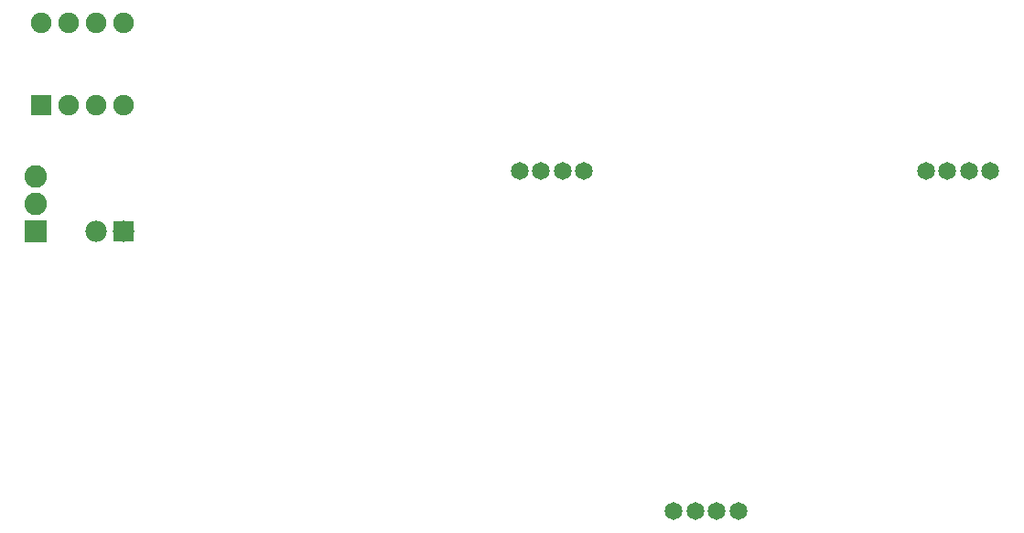
<source format=gtl>
G04 MADE WITH FRITZING*
G04 WWW.FRITZING.ORG*
G04 DOUBLE SIDED*
G04 HOLES PLATED*
G04 CONTOUR ON CENTER OF CONTOUR VECTOR*
%ASAXBY*%
%FSLAX23Y23*%
%MOIN*%
%OFA0B0*%
%SFA1.0B1.0*%
%ADD10C,0.075000*%
%ADD11C,0.082000*%
%ADD12C,0.078000*%
%ADD13C,0.065000*%
%ADD14R,0.075000X0.075000*%
%ADD15R,0.082000X0.082000*%
%ADD16R,0.078000X0.078000*%
%LNCOPPER1*%
G90*
G70*
G54D10*
X243Y2151D03*
X243Y2451D03*
X343Y2151D03*
X343Y2451D03*
X443Y2151D03*
X443Y2451D03*
X543Y2151D03*
X543Y2451D03*
G54D11*
X223Y1691D03*
X223Y1791D03*
X223Y1891D03*
G54D12*
X543Y1691D03*
X443Y1691D03*
G54D13*
X2221Y1911D03*
X2142Y1911D03*
X2063Y1911D03*
X1985Y1911D03*
X3701Y1911D03*
X3622Y1911D03*
X3543Y1911D03*
X3465Y1911D03*
X2546Y671D03*
X2625Y671D03*
X2703Y671D03*
X2782Y671D03*
G54D14*
X243Y2151D03*
G54D15*
X223Y1691D03*
G54D16*
X543Y1691D03*
G04 End of Copper1*
M02*
</source>
